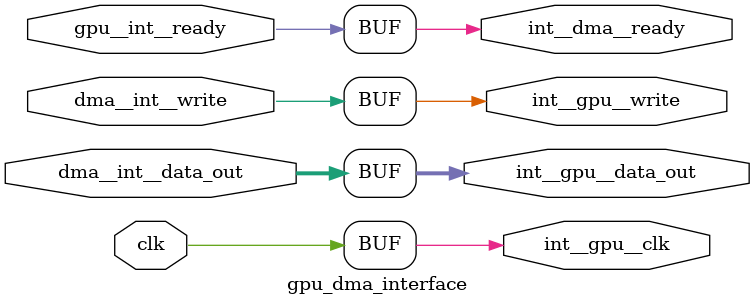
<source format=v>
module gpu_dma_interface (
    input              clk,
    //Read interface (DMA out->GPU in).
    input              dma__int__write,
    output wire        int__dma__ready,
    input [15:0]       dma__int__data_out,
                          
    output wire        int__gpu__clk,
    output wire        int__gpu__write,
    input              gpu__int__ready,
    output wire [15:0] int__gpu__data_out);

   assign int__dma__ready = gpu__int__ready;
   assign int__gpu__clk = clk;
   assign int__gpu__write = dma__int__write;
   assign int__gpu__data_out = dma__int__data_out;

endmodule

</source>
